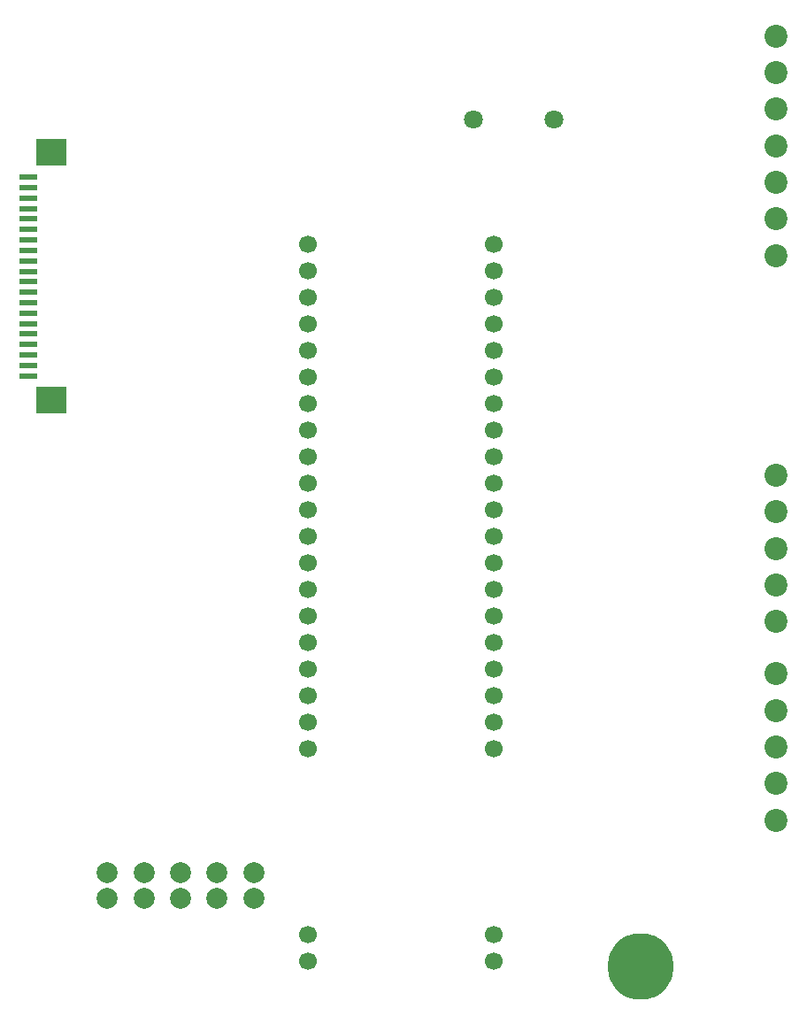
<source format=gbr>
%TF.GenerationSoftware,KiCad,Pcbnew,9.0.5*%
%TF.CreationDate,2025-10-31T11:51:33+03:00*%
%TF.ProjectId,PMCPU-LLP,504d4350-552d-44c4-9c50-2e6b69636164,rev?*%
%TF.SameCoordinates,Original*%
%TF.FileFunction,Soldermask,Bot*%
%TF.FilePolarity,Negative*%
%FSLAX46Y46*%
G04 Gerber Fmt 4.6, Leading zero omitted, Abs format (unit mm)*
G04 Created by KiCad (PCBNEW 9.0.5) date 2025-10-31 11:51:33*
%MOMM*%
%LPD*%
G01*
G04 APERTURE LIST*
%ADD10O,6.350000X6.350000*%
%ADD11C,1.800000*%
%ADD12C,2.200000*%
%ADD13C,1.700000*%
%ADD14C,2.000000*%
%ADD15R,1.800000X0.600000*%
%ADD16R,3.000000X2.600000*%
G04 APERTURE END LIST*
D10*
%TO.C,PE1*%
X22000000Y-46000000D03*
%TD*%
D11*
%TO.C,J1*%
X13750000Y35000000D03*
X6000000Y35000000D03*
%TD*%
D12*
%TO.C,J2*%
X35000000Y-32000000D03*
X35000000Y-28500000D03*
X35000000Y-25000000D03*
X35000000Y-21500000D03*
X35000000Y-18000000D03*
%TD*%
D13*
%TO.C,U3*%
X-9780000Y23080000D03*
X-9780000Y20540000D03*
X-9780000Y18000000D03*
X-9780000Y15460000D03*
X-9780000Y12920000D03*
X-9780000Y10380000D03*
X-9780000Y7840000D03*
X-9780000Y5300000D03*
X-9780000Y2760000D03*
X-9780000Y220000D03*
X-9780000Y-2320000D03*
X-9780000Y-4860000D03*
X-9780000Y-7400000D03*
X-9780000Y-9940000D03*
X-9780000Y-12480000D03*
X-9780000Y-15020000D03*
X-9780000Y-17560000D03*
X-9780000Y-20100000D03*
X-9780000Y-22640000D03*
X-9780000Y-25180000D03*
X8000000Y-25180000D03*
X8000000Y-22640000D03*
X8000000Y-20100000D03*
X8000000Y-17560000D03*
X8000000Y-15020000D03*
X8000000Y-12480000D03*
X8000000Y-9940000D03*
X8000000Y-7400000D03*
X8000000Y-4860000D03*
X8000000Y-2320000D03*
X8000000Y220000D03*
X8000000Y2760000D03*
X8000000Y5300000D03*
X8000000Y7840000D03*
X8000000Y10380000D03*
X8000000Y12920000D03*
X8000000Y15460000D03*
X8000000Y18000000D03*
X8000000Y20540000D03*
X8000000Y23080000D03*
X-9780000Y-42960000D03*
X8000000Y-42960000D03*
X-9780000Y-45500000D03*
X8000000Y-45500000D03*
%TD*%
D12*
%TO.C,J14*%
X35000000Y-13000000D03*
X35000000Y-9500000D03*
X35000000Y-6000000D03*
X35000000Y-2500000D03*
X35000000Y1000000D03*
%TD*%
%TO.C,J13*%
X35000000Y22000000D03*
X35000000Y25500000D03*
X35000000Y29000000D03*
X35000000Y32500000D03*
X35000000Y36000000D03*
X35000000Y39500000D03*
X35000000Y43000000D03*
%TD*%
D14*
%TO.C,J3*%
X-29000000Y-37000000D03*
X-25500000Y-37000000D03*
X-22000000Y-37000000D03*
X-18500000Y-37000000D03*
X-15000000Y-37000000D03*
X-29000000Y-39500000D03*
X-25500000Y-39500000D03*
X-22000000Y-39500000D03*
X-18500000Y-39500000D03*
X-15000000Y-39500000D03*
%TD*%
D15*
%TO.C,JM2*%
X-36546000Y29500000D03*
X-36546000Y28500000D03*
X-36546000Y27500000D03*
X-36546000Y26500000D03*
X-36546000Y25500000D03*
X-36546000Y24500000D03*
X-36546000Y23500000D03*
X-36546000Y22500000D03*
X-36546000Y21500000D03*
X-36546000Y20500000D03*
X-36546000Y19500000D03*
X-36546000Y18500000D03*
X-36546000Y17500000D03*
X-36546000Y16500000D03*
X-36546000Y15500000D03*
X-36546000Y14500000D03*
X-36546000Y13500000D03*
X-36546000Y12500000D03*
X-36546000Y11500000D03*
X-36546000Y10500000D03*
D16*
X-34375000Y31850000D03*
X-34375000Y8150000D03*
%TD*%
M02*

</source>
